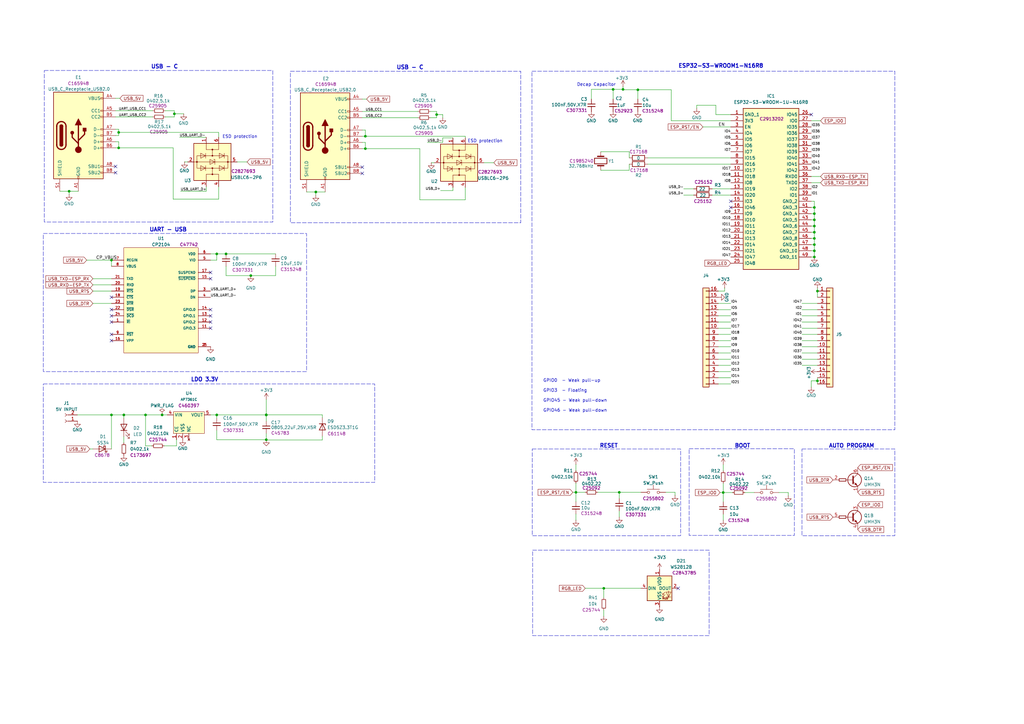
<source format=kicad_sch>
(kicad_sch (version 20250114) (generator "eeschema") (generator_version "9.0")
  (paper "A3")
  (title_block (title "ESP32S3-WROOM1 DEV BOARD") (date "2026-02-08") (rev "First") (company "MEER ZAFARULLAH NOOHANI"))
  (rectangle (start 218.186 29.1795) (end 367.03 176.276) (stroke (width 0) (type dash)))
  (rectangle (start 17.78 157.48) (end 153.67 197.866) (stroke (width 0) (type dash)))
  (rectangle (start 282.6311 184.0552) (end 325.8219 219.6152) (stroke (width 0) (type dash)))
  (rectangle (start 218.4399 225.6246) (end 290.8299 260.6766) (stroke (width 0) (type dash)))
  (rectangle (start 18.1855 28.909) (end 111.9116 91.0587) (stroke (width 0) (type dash)))
  (rectangle (start 119.1259 29.21) (end 213.614 91.3597) (stroke (width 0) (type dash)))
  (rectangle (start 218.275 184.15) (end 279.146 219.71) (stroke (width 0) (type dash)))
  (rectangle (start 328.93 184.15) (end 367.03 219.71) (stroke (width 0) (type dash)))
  (rectangle (start 17.78 95.758) (end 125.73 152.4) (stroke (width 0) (type dash)))
  (text "BOOT" (at 301.244 183.896 0) (effects (font (size 1.6 1.6) (thickness 0.32) (bold yes)) (justify left bottom)))
  (text "GPIO0  - Weak pull-up\n\nGPIO3  - Floating\n\nGPIO45 - Weak pull-down\n\nGPIO46 - Weak pull-down" (at 222.758 162.306 0) (effects (font (size 1.27 1.27)) (justify left)))
  (text "Decap Capacitor" (at 244.602 34.798 0) (effects (font (size 1.27 1.27))))
  (text "LDO 3.3V\n" (at 78.232 156.718 0) (effects (font (size 1.6 1.6) (thickness 0.32) (bold yes)) (justify left bottom)))
  (text "USB - C\n" (at 162.56 28.702 0) (effects (font (size 1.6 1.6) (thickness 0.32) (bold yes)) (justify left bottom)))
  (text "ESD protection\n" (at 191.77 58.674 0) (effects (font (size 1.27 1.27)) (justify left bottom)))
  (text "ESD protection\n" (at 91.186 56.896 0) (effects (font (size 1.27 1.27)) (justify left bottom)))
  (text "RESET" (at 245.872 183.896 0) (effects (font (size 1.6 1.6) (thickness 0.32) (bold yes)) (justify left bottom)))
  (text "UART - USB" (at 61.214 95.25 0) (effects (font (size 1.6 1.6) (thickness 0.32) (bold yes)) (justify left bottom)))
  (text "USB - C\n" (at 61.8736 28.401 0) (effects (font (size 1.6 1.6) (thickness 0.32) (bold yes)) (justify left bottom)))
  (text "ESP32-S3-WROOM1-N16R8" (at 278.1679 28.0982 0) (effects (font (size 1.6 1.6) (thickness 0.32) (bold yes)) (justify left bottom)))
  (text "AUTO PROGRAM" (at 339.852 183.896 0) (effects (font (size 1.6 1.6) (thickness 0.32) (bold yes)) (justify left bottom)))
  (junction (at 335.28 119.38))
  (junction (at 254 201.93))
  (junction (at 109.22 180.34))
  (junction (at 59.69 170.18))
  (junction (at 45.72 106.68))
  (junction (at 334.01 85.09))
  (junction (at 45.72 170.18))
  (junction (at 109.22 170.167))
  (junction (at 48.6656 60.659))
  (junction (at 334.01 105.41))
  (junction (at 71.5256 46.689))
  (junction (at 334.01 102.87))
  (junction (at 261.62 36.83))
  (junction (at 48.6656 54.309))
  (junction (at 109.22 170.18))
  (junction (at 28.3456 78.439))
  (junction (at 334.01 90.17))
  (junction (at 334.01 100.33))
  (junction (at 50.8 170.18))
  (junction (at 88.9 170.18))
  (junction (at 102.87 113.03))
  (junction (at 251.46 36.6645))
  (junction (at 255.524 36.6645))
  (junction (at 334.01 95.25))
  (junction (at 335.28 156.21))
  (junction (at 149.86 55.88))
  (junction (at 129.54 78.74))
  (junction (at 149.86 60.96))
  (junction (at 179.07 46.99))
  (junction (at 236.22 201.93))
  (junction (at 334.01 97.79))
  (junction (at 92.71 104.14))
  (junction (at 334.01 92.71))
  (junction (at 296.612 202.0061))
  (junction (at 88.9 104.14))
  (junction (at 66.4922 170.18))
  (junction (at 334.01 87.63))
  (junction (at 247.65 241.3))
  (no_connect (at 45.72 132.08))
  (no_connect (at 45.72 129.54))
  (no_connect (at 45.72 127))
  (no_connect (at 299.72 85.09))
  (no_connect (at 278.13 241.3))
  (no_connect (at 86.36 134.62))
  (no_connect (at 47.3956 68.279))
  (no_connect (at 86.36 111.76))
  (no_connect (at 45.72 137.16))
  (no_connect (at 45.72 121.92))
  (no_connect (at 332.74 46.99))
  (no_connect (at 45.72 139.7))
  (no_connect (at 47.3956 70.819))
  (no_connect (at 148.59 68.58))
  (no_connect (at 299.72 82.55))
  (no_connect (at 86.36 127))
  (no_connect (at 86.36 129.54))
  (no_connect (at 148.59 71.12))
  (no_connect (at 86.36 114.3))
  (no_connect (at 86.36 132.08))
  (wire (pts (xy 332.74 85.09) (xy 334.01 85.09)))
  (wire (pts (xy 332.74 100.33) (xy 334.01 100.33)))
  (wire (pts (xy 328.93 142.24) (xy 335.28 142.24)))
  (wire (pts (xy 299.72 149.86) (xy 294.64 149.86)))
  (wire (pts (xy 336.55 74.93) (xy 332.74 74.93)))
  (wire (pts (xy 24.5356 78.439) (xy 28.3456 78.439)))
  (wire (pts (xy 176.53 48.26) (xy 179.07 48.26)))
  (wire (pts (xy 261.62 36.83) (xy 255.524 36.83)))
  (wire (pts (xy 334.01 82.55) (xy 334.01 85.09)))
  (wire (pts (xy 89.6615 76.5807) (xy 89.6615 81.6607)))
  (wire (pts (xy 180.6959 78.1517) (xy 185.7759 78.1517)))
  (wire (pts (xy 88.9 176.53) (xy 88.9 180.34)))
  (wire (pts (xy 148.59 55.88) (xy 149.86 55.88)))
  (wire (pts (xy 255.524 36.83) (xy 255.524 36.6645)))
  (wire (pts (xy 50.8 181.61) (xy 50.8 179.07)))
  (wire (pts (xy 296.612 205.8161) (xy 296.612 202.0061)))
  (wire (pts (xy 149.86 53.34) (xy 149.86 55.88)))
  (wire (pts (xy 88.9 104.14) (xy 88.9 106.68)))
  (wire (pts (xy 74.0656 78.439) (xy 84.5815 78.439)))
  (wire (pts (xy 149.86 55.88) (xy 190.8559 55.88)))
  (wire (pts (xy 71.5256 45.419) (xy 71.5256 46.689)))
  (wire (pts (xy 113.03 109.22) (xy 113.03 113.03)))
  (wire (pts (xy 71.5256 45.419) (xy 67.7156 45.419)))
  (wire (pts (xy 47.3956 53.039) (xy 48.6656 53.039)))
  (wire (pts (xy 261.62 36.83) (xy 275.336 36.83)))
  (wire (pts (xy 328.93 137.16) (xy 335.28 137.16)))
  (wire (pts (xy 332.74 90.17) (xy 334.01 90.17)))
  (wire (pts (xy 236.22 198.12) (xy 236.22 201.93)))
  (wire (pts (xy 288.29 52.07) (xy 299.72 52.07)))
  (wire (pts (xy 109.22 180.4533) (xy 109.22 180.34)))
  (wire (pts (xy 299.72 127) (xy 294.64 127)))
  (wire (pts (xy 334.01 90.17) (xy 334.01 92.71)))
  (wire (pts (xy 47.3956 47.959) (xy 62.6356 47.959)))
  (wire (pts (xy 299.72 154.94) (xy 294.64 154.94)))
  (wire (pts (xy 293.624 46.99) (xy 299.72 46.99)))
  (wire (pts (xy 258.064 62.23) (xy 258.064 64.77)))
  (wire (pts (xy 234.95 201.93) (xy 236.22 201.93)))
  (wire (pts (xy 84.5815 78.439) (xy 84.5815 76.5807)))
  (wire (pts (xy 297.18 119.38) (xy 294.64 119.38)))
  (wire (pts (xy 296.612 202.0061) (xy 300.422 202.0061)))
  (wire (pts (xy 48.6656 54.309) (xy 89.6615 54.309)))
  (wire (pts (xy 332.74 97.79) (xy 334.01 97.79)))
  (wire (pts (xy 299.72 124.46) (xy 294.64 124.46)))
  (wire (pts (xy 36.83 184.15) (xy 38.1 184.15)))
  (wire (pts (xy 181.61 56.5617) (xy 185.7759 56.5617)))
  (wire (pts (xy 299.72 137.16) (xy 294.64 137.16)))
  (wire (pts (xy 328.93 129.54) (xy 335.28 129.54)))
  (wire (pts (xy 299.72 144.78) (xy 294.64 144.78)))
  (wire (pts (xy 251.46 36.6645) (xy 255.524 36.6645)))
  (wire (pts (xy 38.1 116.84) (xy 45.72 116.84)))
  (wire (pts (xy 236.22 190.5) (xy 236.22 193.04)))
  (wire (pts (xy 38.1 119.38) (xy 45.72 119.38)))
  (wire (pts (xy 71.5256 46.689) (xy 71.5256 47.959)))
  (wire (pts (xy 45.72 106.68) (xy 45.72 109.22)))
  (wire (pts (xy 66.4922 170.18) (xy 68.58 170.18)))
  (wire (pts (xy 258.064 62.23) (xy 246.38 62.23)))
  (wire (pts (xy 62.23 182.88) (xy 59.69 182.88)))
  (wire (pts (xy 35.56 106.68) (xy 45.72 106.68)))
  (wire (pts (xy 89.6615 54.309) (xy 89.6615 56.2607)))
  (wire (pts (xy 97.2815 66.4207) (xy 101.3455 66.4207)))
  (wire (pts (xy 45.72 184.15) (xy 45.72 170.18)))
  (wire (pts (xy 334.01 97.79) (xy 334.01 100.33)))
  (wire (pts (xy 335.28 118.11) (xy 335.28 119.38)))
  (wire (pts (xy 305.502 202.0061) (xy 309.312 202.0061)))
  (wire (pts (xy 254 209.55) (xy 254 212.09)))
  (wire (pts (xy 254 201.93) (xy 254 204.47)))
  (wire (pts (xy 285.75 43.18) (xy 285.75 44.45)))
  (wire (pts (xy 273.05 201.93) (xy 276.86 201.93)))
  (wire (pts (xy 109.22 170.18) (xy 109.22 172.72)))
  (wire (pts (xy 47.3956 60.659) (xy 48.6656 60.659)))
  (wire (pts (xy 132.2174 171.2719) (xy 132.2174 170.167)))
  (wire (pts (xy 179.07 45.72) (xy 176.53 45.72)))
  (wire (pts (xy 148.59 60.96) (xy 149.86 60.96)))
  (wire (pts (xy 299.72 132.08) (xy 294.64 132.08)))
  (wire (pts (xy 38.1 114.3) (xy 45.72 114.3)))
  (wire (pts (xy 75.6915 66.4207) (xy 76.9615 66.4207)))
  (wire (pts (xy 251.46 36.6645) (xy 251.46 40.64)))
  (wire (pts (xy 265.684 67.31) (xy 299.72 67.31)))
  (wire (pts (xy 299.72 139.7) (xy 294.64 139.7)))
  (wire (pts (xy 148.59 45.72) (xy 171.45 45.72)))
  (wire (pts (xy 73.6472 56.2607) (xy 84.5815 56.2607)))
  (wire (pts (xy 296.612 210.8961) (xy 296.612 213.4361)))
  (wire (pts (xy 328.93 147.32) (xy 335.28 147.32)))
  (wire (pts (xy 332.74 156.21) (xy 335.28 156.21)))
  (wire (pts (xy 265.684 64.77) (xy 299.72 64.77)))
  (wire (pts (xy 59.69 182.88) (xy 59.69 170.18)))
  (wire (pts (xy 45.72 170.18) (xy 50.8 170.18)))
  (wire (pts (xy 254 201.93) (xy 262.89 201.93)))
  (wire (pts (xy 261.62 36.83) (xy 261.62 40.64)))
  (wire (pts (xy 190.8559 76.8817) (xy 190.8559 81.9617)))
  (wire (pts (xy 102.87 113.03) (xy 113.03 113.03)))
  (wire (pts (xy 129.54 78.74) (xy 133.35 78.74)))
  (wire (pts (xy 59.69 170.18) (xy 66.4922 170.18)))
  (wire (pts (xy 88.9 180.34) (xy 109.22 180.34)))
  (wire (pts (xy 190.8559 81.9617) (xy 172.212 81.9617)))
  (wire (pts (xy 299.72 129.54) (xy 294.64 129.54)))
  (wire (pts (xy 175.26 58.42) (xy 181.61 58.42)))
  (wire (pts (xy 335.28 154.94) (xy 335.28 156.21)))
  (wire (pts (xy 48.6656 58.119) (xy 48.6656 60.659)))
  (wire (pts (xy 335.28 156.21) (xy 335.28 157.48)))
  (wire (pts (xy 50.8 170.18) (xy 59.69 170.18)))
  (wire (pts (xy 109.22 170.167) (xy 132.2174 170.167)))
  (wire (pts (xy 334.01 85.09) (xy 334.01 87.63)))
  (wire (pts (xy 240.03 241.3) (xy 247.65 241.3)))
  (wire (pts (xy 150.368 40.64) (xy 148.59 40.64)))
  (wire (pts (xy 48.6656 53.039) (xy 48.6656 54.309)))
  (wire (pts (xy 334.01 102.87) (xy 334.01 105.41)))
  (wire (pts (xy 328.93 139.7) (xy 335.28 139.7)))
  (wire (pts (xy 292.1 80.01) (xy 299.72 80.01)))
  (wire (pts (xy 334.01 95.25) (xy 334.01 97.79)))
  (wire (pts (xy 179.07 48.26) (xy 179.07 46.99)))
  (wire (pts (xy 181.61 58.42) (xy 181.61 56.5617)))
  (wire (pts (xy 50.8 171.45) (xy 50.8 170.18)))
  (wire (pts (xy 67.31 182.88) (xy 72.39 182.88)))
  (wire (pts (xy 334.01 92.71) (xy 334.01 95.25)))
  (wire (pts (xy 28.3456 78.439) (xy 28.3456 79.709)))
  (wire (pts (xy 109.22 180.4533) (xy 132.2174 180.4533)))
  (wire (pts (xy 332.74 95.25) (xy 334.01 95.25)))
  (wire (pts (xy 336.55 72.39) (xy 332.74 72.39)))
  (wire (pts (xy 280.416 80.01) (xy 284.48 80.01)))
  (wire (pts (xy 47.3956 55.579) (xy 48.6656 55.579)))
  (wire (pts (xy 47.3956 45.419) (xy 62.6356 45.419)))
  (wire (pts (xy 49.1736 40.339) (xy 47.3956 40.339)))
  (wire (pts (xy 299.72 147.32) (xy 294.64 147.32)))
  (wire (pts (xy 47.3956 58.119) (xy 48.6656 58.119)))
  (wire (pts (xy 148.59 48.26) (xy 171.45 48.26)))
  (wire (pts (xy 332.74 92.71) (xy 334.01 92.71)))
  (wire (pts (xy 125.73 78.74) (xy 129.54 78.74)))
  (wire (pts (xy 67.7156 47.959) (xy 71.5256 47.959)))
  (wire (pts (xy 295.342 202.0061) (xy 296.612 202.0061)))
  (wire (pts (xy 28.3456 78.439) (xy 32.1556 78.439)))
  (wire (pts (xy 328.93 134.62) (xy 335.28 134.62)))
  (wire (pts (xy 328.93 149.86) (xy 335.28 149.86)))
  (wire (pts (xy 299.72 142.24) (xy 294.64 142.24)))
  (wire (pts (xy 148.59 58.42) (xy 149.86 58.42)))
  (wire (pts (xy 132.2174 178.8919) (xy 132.2174 180.4533)))
  (wire (pts (xy 293.624 43.18) (xy 293.624 46.99)))
  (wire (pts (xy 48.6656 60.659) (xy 71.0176 60.659)))
  (wire (pts (xy 179.07 46.99) (xy 181.61 46.99)))
  (wire (pts (xy 31.75 170.18) (xy 45.72 170.18)))
  (wire (pts (xy 299.72 152.4) (xy 294.64 152.4)))
  (wire (pts (xy 242.57 36.6645) (xy 251.46 36.6645)))
  (wire (pts (xy 328.93 124.46) (xy 335.28 124.46)))
  (wire (pts (xy 247.65 241.3) (xy 262.89 241.3)))
  (wire (pts (xy 335.28 119.38) (xy 335.28 121.92)))
  (wire (pts (xy 328.93 144.78) (xy 335.28 144.78)))
  (wire (pts (xy 109.22 170.167) (xy 109.22 170.18)))
  (wire (pts (xy 86.36 106.68) (xy 88.9 106.68)))
  (wire (pts (xy 258.064 69.85) (xy 258.064 67.31)))
  (wire (pts (xy 71.5256 46.689) (xy 75.3356 46.689)))
  (wire (pts (xy 296.612 190.5761) (xy 296.612 193.1161)))
  (wire (pts (xy 48.6656 55.579) (xy 48.6656 54.309)))
  (wire (pts (xy 299.72 134.62) (xy 294.64 134.62)))
  (wire (pts (xy 245.11 201.93) (xy 254 201.93)))
  (wire (pts (xy 255.524 35.56) (xy 255.524 36.6645)))
  (wire (pts (xy 179.07 46.99) (xy 179.07 45.72)))
  (wire (pts (xy 185.7759 78.1517) (xy 185.7759 76.8817)))
  (wire (pts (xy 280.416 77.47) (xy 284.48 77.47)))
  (wire (pts (xy 38.1 124.46) (xy 45.72 124.46)))
  (wire (pts (xy 292.1 77.47) (xy 299.72 77.47)))
  (wire (pts (xy 276.86 201.93) (xy 276.86 203.2)))
  (wire (pts (xy 86.36 104.14) (xy 88.9 104.14)))
  (wire (pts (xy 92.71 104.14) (xy 113.03 104.14)))
  (wire (pts (xy 102.87 113.03) (xy 92.71 113.03)))
  (wire (pts (xy 275.336 36.83) (xy 275.336 49.53)))
  (wire (pts (xy 109.22 177.8) (xy 109.22 180.34)))
  (wire (pts (xy 190.8559 55.88) (xy 190.8559 56.5617)))
  (wire (pts (xy 172.212 81.9617) (xy 172.212 60.96)))
  (wire (pts (xy 236.22 210.82) (xy 236.22 213.36)))
  (wire (pts (xy 334.01 105.41) (xy 332.74 105.41)))
  (wire (pts (xy 88.9 170.18) (xy 88.9 171.45)))
  (wire (pts (xy 176.8859 66.7217) (xy 178.1559 66.7217)))
  (wire (pts (xy 275.336 49.53) (xy 299.72 49.53)))
  (wire (pts (xy 148.59 53.34) (xy 149.86 53.34)))
  (wire (pts (xy 258.064 69.85) (xy 246.38 69.85)))
  (wire (pts (xy 334.01 82.55) (xy 332.74 82.55)))
  (wire (pts (xy 86.36 170.18) (xy 88.9 170.18)))
  (wire (pts (xy 109.22 163.83) (xy 109.22 170.167)))
  (wire (pts (xy 328.93 132.08) (xy 335.28 132.08)))
  (wire (pts (xy 285.75 43.18) (xy 293.624 43.18)))
  (wire (pts (xy 247.65 252.73) (xy 247.65 250.19)))
  (wire (pts (xy 319.472 202.0061) (xy 323.282 202.0061)))
  (wire (pts (xy 181.61 48.26) (xy 181.61 46.99)))
  (wire (pts (xy 328.93 127) (xy 335.28 127)))
  (wire (pts (xy 236.22 201.93) (xy 240.03 201.93)))
  (wire (pts (xy 198.4759 66.7217) (xy 202.5399 66.7217)))
  (wire (pts (xy 149.86 58.42) (xy 149.86 60.96)))
  (wire (pts (xy 242.57 36.6645) (xy 242.57 40.64)))
  (wire (pts (xy 88.9 104.14) (xy 92.71 104.14)))
  (wire (pts (xy 129.54 78.74) (xy 129.54 80.01)))
  (wire (pts (xy 299.72 157.48) (xy 294.64 157.48)))
  (wire (pts (xy 332.74 102.87) (xy 334.01 102.87)))
  (wire (pts (xy 332.74 158.75) (xy 332.74 156.21)))
  (wire (pts (xy 71.0176 81.6607) (xy 71.0176 60.659)))
  (wire (pts (xy 336.55 49.53) (xy 332.74 49.53)))
  (wire (pts (xy 72.39 180.34) (xy 72.39 182.88)))
  (wire (pts (xy 247.65 241.3) (xy 247.65 245.11)))
  (wire (pts (xy 88.9 170.18) (xy 109.22 170.18)))
  (wire (pts (xy 149.86 60.96) (xy 172.212 60.96)))
  (wire (pts (xy 296.612 198.1961) (xy 296.612 202.0061)))
  (wire (pts (xy 92.71 109.22) (xy 92.71 113.03)))
  (wire (pts (xy 334.01 100.33) (xy 334.01 102.87)))
  (wire (pts (xy 323.282 202.0061) (xy 323.282 203.2761)))
  (wire (pts (xy 334.01 87.63) (xy 334.01 90.17)))
  (wire (pts (xy 332.74 87.63) (xy 334.01 87.63)))
  (wire (pts (xy 89.6615 81.6607) (xy 71.0176 81.6607)))
  (wire (pts (xy 236.22 205.74) (xy 236.22 201.93)))
  (wire (pts (xy 297.18 119.38) (xy 297.18 118.11)))
  (label "IO41" (at 332.74 67.31 0) (effects (font (size 1 1))))
  (label "IO12" (at 299.72 149.86 0) (effects (font (size 1 1))))
  (label "UART_USB_CC2" (at 48.6656 47.959 0) (effects (font (size 1 1))))
  (label "IO13" (at 299.72 97.79 180) (effects (font (size 1 1))))
  (label "USB_CC1" (at 149.86 45.72 0) (effects (font (size 1 1))))
  (label "IO6" (at 299.72 129.54 0) (effects (font (size 1 1))))
  (label "IO36" (at 332.74 54.61 0) (effects (font (size 1 1))))
  (label "IO39" (at 328.93 139.7 180) (effects (font (size 1 1))))
  (label "IO35" (at 328.93 149.86 180) (effects (font (size 1 1))))
  (label "EN" (at 294.64 52.07 0))
  (label "IO38" (at 328.93 142.24 180) (effects (font (size 1 1))))
  (label "IO38" (at 332.74 59.69 0) (effects (font (size 1 1))))
  (label "IO14" (at 299.72 154.94 0) (effects (font (size 1 1))))
  (label "UART_USB_CC1" (at 48.6656 45.419 0) (effects (font (size 1 1))))
  (label "USB_D+" (at 180.6959 78.1517 180) (effects (font (size 1 1))))
  (label "IO11" (at 299.72 147.32 0) (effects (font (size 1 1))))
  (label "IO12" (at 299.72 95.25 180) (effects (font (size 1 1))))
  (label "IO6" (at 299.72 59.69 180) (effects (font (size 1 1))))
  (label "IO18" (at 299.72 137.16 0) (effects (font (size 1 1))))
  (label "USB_UART_D+" (at 74.0656 78.439 0) (effects (font (size 1 1))))
  (label "IO8" (at 299.72 74.93 180) (effects (font (size 1 1))))
  (label "IO17" (at 299.72 69.85 180) (effects (font (size 1 1))))
  (label "CP_VBUS" (at 39.37 106.68 0))
  (label "IO42" (at 328.93 132.08 180) (effects (font (size 1 1))))
  (label "IO13" (at 299.72 152.4 0) (effects (font (size 1 1))))
  (label "IO7" (at 299.72 132.08 0) (effects (font (size 1 1))))
  (label "IO37" (at 332.74 57.15 0) (effects (font (size 1 1))))
  (label "USB_UART_D-" (at 86.36 121.92 0) (effects (font (size 1 1))))
  (label "IO40" (at 332.74 64.77 0) (effects (font (size 1 1))))
  (label "IO21" (at 299.72 157.48 0) (effects (font (size 1 1))))
  (label "IO40" (at 328.93 137.16 180) (effects (font (size 1 1))))
  (label "IO17" (at 299.72 134.62 0) (effects (font (size 1 1))))
  (label "IO39" (at 332.74 62.23 0) (effects (font (size 1 1))))
  (label "IO2" (at 328.93 127 180) (effects (font (size 1 1))))
  (label "USB_D-" (at 175.26 58.42 0) (effects (font (size 1 1))))
  (label "IO18" (at 299.72 72.39 180) (effects (font (size 1 1))))
  (label "USB_UART_D+" (at 86.36 119.38 0) (effects (font (size 1 1))))
  (label "IO2" (at 332.74 77.47 0) (effects (font (size 1 1))))
  (label "USB_UART_D-" (at 73.6472 56.2607 0) (effects (font (size 1 1))))
  (label "IO9" (at 299.72 142.24 0) (effects (font (size 1 1))))
  (label "IO41" (at 328.93 134.62 180) (effects (font (size 1 1))))
  (label "IO1" (at 328.93 129.54 180) (effects (font (size 1 1))))
  (label "IO5" (at 299.72 57.15 180) (effects (font (size 1 1))))
  (label "IO10" (at 299.72 144.78 0) (effects (font (size 1 1))))
  (label "IO47" (at 299.72 105.41 180) (effects (font (size 1 1))))
  (label "IO21" (at 299.72 102.87 180) (effects (font (size 1 1))))
  (label "IO5" (at 299.72 127 0) (effects (font (size 1 1))))
  (label "IO37" (at 328.93 144.78 180) (effects (font (size 1 1))))
  (label "IO14" (at 299.72 100.33 180) (effects (font (size 1 1))))
  (label "IO10" (at 299.72 90.17 180) (effects (font (size 1 1))))
  (label "IO1" (at 332.74 80.01 0) (effects (font (size 1 1))))
  (label "IO47" (at 328.93 124.46 180) (effects (font (size 1 1))))
  (label "IO8" (at 299.72 139.7 0) (effects (font (size 1 1))))
  (label "IO36" (at 328.93 147.32 180) (effects (font (size 1 1))))
  (label "IO7" (at 299.72 62.23 180) (effects (font (size 1 1))))
  (label "IO4" (at 299.72 54.61 180) (effects (font (size 1 1))))
  (label "IO42" (at 332.74 69.85 0) (effects (font (size 1 1))))
  (label "IO9" (at 299.72 87.63 180) (effects (font (size 1 1))))
  (label "IO4" (at 299.72 124.46 0) (effects (font (size 1 1))))
  (label "USB_D-" (at 280.416 77.47 180) (effects (font (size 1 1))))
  (label "USB_CC2" (at 149.86 48.26 0) (effects (font (size 1 1))))
  (label "IO11" (at 299.72 92.71 180) (effects (font (size 1 1))))
  (label "IO35" (at 332.74 52.07 0) (effects (font (size 1 1))))
  (label "USB_D+" (at 280.416 80.01 180) (effects (font (size 1 1))))
  (global_label "USB_5V" (shape input) (at 101.3455 66.4207 0) (property "Intersheetrefs" "${INTERSHEET_REFS}" (effects (hide yes))))
  (global_label "USB_RTS" (shape input) (at 351.79 201.93 0) (property "Intersheetrefs" "${INTERSHEET_REFS}" (effects (hide yes))))
  (global_label "RGB_LED" (shape input) (at 240.03 241.3 180) (property "Intersheetrefs" "${INTERSHEET_REFS}" (effects (hide yes))))
  (global_label "ESP_RST{slash}EN" (shape input) (at 288.29 52.07 180) (property "Intersheetrefs" "${INTERSHEET_REFS}" (effects (hide yes))))
  (global_label "USB_TXD-ESP_RX" (shape input) (at 336.55 74.93 0) (property "Intersheetrefs" "${INTERSHEET_REFS}" (effects (hide yes))))
  (global_label "RGB_LED" (shape input) (at 299.72 107.95 180) (property "Intersheetrefs" "${INTERSHEET_REFS}" (effects (hide yes))))
  (global_label "USB_TXD-ESP_RX" (shape input) (at 38.1 114.3 180) (property "Intersheetrefs" "${INTERSHEET_REFS}" (effects (hide yes))))
  (global_label "USB_5V" (shape input) (at 150.368 40.64 0) (property "Intersheetrefs" "${INTERSHEET_REFS}" (effects (hide yes))))
  (global_label "ESP_RST{slash}EN" (shape input) (at 351.79 191.77 0) (property "Intersheetrefs" "${INTERSHEET_REFS}" (effects (hide yes))))
  (global_label "USB_5V" (shape input) (at 202.5399 66.7217 0) (property "Intersheetrefs" "${INTERSHEET_REFS}" (effects (hide yes))))
  (global_label "USB_RTS" (shape input) (at 341.63 212.09 180) (property "Intersheetrefs" "${INTERSHEET_REFS}" (effects (hide yes))))
  (global_label "ESP_IO0" (shape input) (at 336.55 49.53 0) (property "Intersheetrefs" "${INTERSHEET_REFS}" (effects (hide yes))))
  (global_label "USB_DTR" (shape input) (at 341.63 196.85 180) (property "Intersheetrefs" "${INTERSHEET_REFS}" (effects (hide yes))))
  (global_label "USB_RXD-ESP_TX" (shape input) (at 336.55 72.39 0) (property "Intersheetrefs" "${INTERSHEET_REFS}" (effects (hide yes))))
  (global_label "USB_5V" (shape input) (at 36.83 184.15 180) (property "Intersheetrefs" "${INTERSHEET_REFS}" (effects (hide yes))))
  (global_label "USB_DTR" (shape input) (at 38.1 124.46 180) (property "Intersheetrefs" "${INTERSHEET_REFS}" (effects (hide yes))))
  (global_label "USB_DTR" (shape input) (at 351.79 217.17 0) (property "Intersheetrefs" "${INTERSHEET_REFS}" (effects (hide yes))))
  (global_label "USB_5V" (shape input) (at 49.1736 40.339 0) (property "Intersheetrefs" "${INTERSHEET_REFS}" (effects (hide yes))))
  (global_label "USB_RTS" (shape input) (at 38.1 119.38 180) (property "Intersheetrefs" "${INTERSHEET_REFS}" (effects (hide yes))))
  (global_label "ESP_IO0" (shape input) (at 295.342 202.0061 180) (property "Intersheetrefs" "${INTERSHEET_REFS}" (effects (hide yes))))
  (global_label "USB_RXD-ESP_TX" (shape input) (at 38.1 116.84 180) (property "Intersheetrefs" "${INTERSHEET_REFS}" (effects (hide yes))))
  (global_label "ESP_IO0" (shape input) (at 351.79 207.01 0) (property "Intersheetrefs" "${INTERSHEET_REFS}" (effects (hide yes))))
  (global_label "USB_5V" (shape input) (at 35.56 106.68 180) (property "Intersheetrefs" "${INTERSHEET_REFS}" (effects (hide yes))))
  (global_label "ESP_RST{slash}EN" (shape input) (at 234.95 201.93 180) (property "Intersheetrefs" "${INTERSHEET_REFS}" (effects (hide yes))))
  (symbol (lib_id "Connector:USB_C_Receptacle_USB2.0") (at 133.35 55.88 0) (unit 1)
    (property "Reference" "E2" (at 133.604 32.258 0))
    (property "Value" "USB_C_Receptacle_USB2.0" (at 133.35 36.83 0))
    (property "Footprint" "Local_Libraries:USB_C" (effects (hide yes)))
    (property "Datasheet" "https://datasheet.lcsc.com/lcsc/2205251630_Korean-Hroparts-Elec-TYPE-C-31-M-12_C165948.pdf" (effects (hide yes)))
    (property "LCSC" "C165948" (at 133.604 34.544 0))
  )
  (symbol (lib_id "power:GND") (at 335.28 118.11 180) (unit 1)
    (property "Reference" "#PWR013" (effects (hide yes)))
    (property "Value" "GND" (at 335.2812 114.6634 0))
    (property "Description" "Power symbol creates a global label with name \"GND\" , ground" (effects (hide yes)))
  )
  (symbol (lib_id "Switch:SW_Push") (at 267.97 201.93 0) (unit 1)
    (property "Reference" "SW1" (at 267.97 195.58 0))
    (property "Value" "SW_Push" (at 267.97 198.12 0))
    (property "Footprint" "Button_Switch_SMD:SW_SPST_CK_RS282G05A3" (effects (hide yes)))
    (property "LCSC" "C255802" (at 267.97 204.47 0))
  )
  (symbol (lib_id "power:GND") (at 242.57 45.72 0) (unit 1)
    (property "Reference" "#PWR07" (effects (hide yes)))
    (property "Value" "GND" (at 242.551 49.4928 0))
  )
  (symbol (lib_id "power:GND") (at 28.3456 79.709 0) (unit 1)
    (property "Reference" "#PWR035" (effects (hide yes)))
    (property "Value" "GND" (at 28.2848 83.5373 0))
  )
  (symbol (lib_id "jlcpcb-basic-capacitor:0805,22uF,25V,X5R ") (at 109.22 175.26 0) (unit 1)
    (property "Reference" "C17" (at 111.1354 173.3039 0) (effects (justify left)))
    (property "Value" "0805,22uF,25V,X5R" (at 111.1354 175.3359 0) (effects (justify left)))
    (property "Footprint" "Capacitor_SMD:C_0805_2012Metric" (effects (hide yes)))
    (property "Datasheet" "https://datasheet.lcsc.com/lcsc/1811151152_Samsung-Electro-Mechanics-CL21A226MAQNNNE_C45783.pdf" (effects (hide yes)))
    (property "LCSC" "C45783" (at 114.9454 177.6219 0))
    (property "MFG" "Samsung Electro-Mechanics" (effects (hide yes)))
    (property "MFGPN" "CL21A226MAQNNNE" (effects (hide yes)))
  )
  (symbol (lib_id "power:+3V3") (at 335.28 152.4 90) (unit 1)
    (property "Reference" "#PWR015" (effects (hide yes)))
    (property "Value" "+3V3" (at 331.724 152.908 0))
    (property "Description" "Power symbol creates a global label with name \"+3V3\"" (effects (hide yes)))
  )
  (symbol (lib_id "jlcpcb-basic-resistor:0402,5.1k") (at 65.1756 45.419 270) (unit 1)
    (property "Reference" "R16" (at 66.9536 39.323 90) (effects (justify right)))
    (property "Value" "0402,5.1k" (at 69.7476 41.355 90) (effects (justify right)))
    (property "Footprint" "Resistor_SMD:R_0402_1005Metric" (effects (hide yes)))
    (property "Datasheet" "https://datasheet.lcsc.com/lcsc/2110260030_UNI-ROYAL-Uniroyal-Elec-0402WGF5101TCE_C25905.pdf" (effects (hide yes)))
    (property "LCSC" "C25905" (at 68.4776 43.387 90) (effects (justify right)))
    (property "MFG" "UNI-ROYAL(Uniroyal Elec)" (effects (hide yes)))
    (property "MFGPN" "0402WGF5101TCE" (effects (hide yes)))
  )
  (symbol (lib_id "Switch:SW_Push") (at 314.392 202.0061 0) (unit 1)
    (property "Reference" "SW2" (at 314.392 195.6561 0))
    (property "Value" "SW_Push" (at 314.392 198.1961 0))
    (property "Footprint" "Button_Switch_SMD:SW_SPST_CK_RS282G05A3" (effects (hide yes)))
    (property "LCSC" "C255802" (at 314.392 204.5461 0))
  )
  (symbol (lib_id "Device:D_Zener") (at 132.2174 175.0819 270) (unit 1)
    (property "Reference" "D9" (at 134.2494 172.7958 90) (effects (justify left)))
    (property "Value" "ESD5Z3.3T1G" (at 134.2494 175.3358 90) (effects (justify left)))
    (property "Footprint" "Diode_SMD:D_SOD-523" (effects (hide yes)))
    (property "Description" "Zener diode" (effects (hide yes)))
    (property "LCSC" "C61148" (at 138.0594 177.8759 90))
  )
  (symbol (lib_id "jlcpcb-basic-resistor:0402,22") (at 302.962 202.0061 270) (unit 1)
    (property "Reference" "R14" (at 301.438 196.6721 90) (effects (justify left)))
    (property "Value" "0402,22" (at 299.0758 198.5744 90) (effects (justify left)))
    (property "Footprint" "Resistor_SMD:R_0402_1005Metric" (effects (hide yes)))
    (property "Datasheet" "https://datasheet.lcsc.com/lcsc/2110252230_UNI-ROYAL-Uniroyal-Elec-0402WGF220JTCE_C25092.pdf" (effects (hide yes)))
    (property "MFG" "UNI-ROYAL(Uniroyal Elec)" (effects (hide yes)))
    (property "MFGPN" "0402WGF220JTCE" (effects (hide yes)))
    (property "LCSC" "C25092" (at 302.9546 200.2574 90))
  )
  (symbol (lib_id "jlcpcb-basic-resistor:0402,22") (at 242.57 201.93 90) (unit 1)
    (property "Reference" "R13" (at 244.697 196.5282 90) (effects (justify left)))
    (property "Value" "0402,22" (at 246.634 198.374 90) (effects (justify left)))
    (property "Footprint" "Resistor_SMD:R_0402_1005Metric" (effects (hide yes)))
    (property "Datasheet" "https://datasheet.lcsc.com/lcsc/2110252230_UNI-ROYAL-Uniroyal-Elec-0402WGF220JTCE_C25092.pdf" (effects (hide yes)))
    (property "MFG" "UNI-ROYAL(Uniroyal Elec)" (effects (hide yes)))
    (property "MFGPN" "0402WGF220JTCE" (effects (hide yes)))
    (property "LCSC" "C25092" (at 242.57 200.152 90))
  )
  (symbol (lib_id "jlcpcb-basic-resistor:0402,10k") (at 296.612 195.6561 0) (unit 1)
    (property "Reference" "R12" (at 291.532 193.1161 0) (effects (justify left)))
    (property "Value" "0402,10k" (at 286.452 195.6561 0) (effects (justify left)))
    (property "Footprint" "Resistor_SMD:R_0402_1005Metric" (effects (hide yes)))
    (property "Datasheet" "https://datasheet.lcsc.com/lcsc/2110260030_UNI-ROYAL-Uniroyal-Elec-0402WGF1002TCE_C25744.pdf" (effects (hide yes)))
    (property "MFG" "UNI-ROYAL(Uniroyal Elec)" (effects (hide yes)))
    (property "MFGPN" "0402WGF1002TCE" (effects (hide yes)))
    (property "LCSC" "C25744" (at 297.882 194.3861 0) (effects (justify left)))
  )
  (symbol (lib_id "power:GND") (at 294.64 121.92 90) (unit 1)
    (property "Reference" "#PWR011" (effects (hide yes)))
    (property "Value" "GND" (at 298.0866 121.9212 0))
    (property "Description" "Power symbol creates a global label with name \"GND\" , ground" (effects (hide yes)))
  )
  (symbol (lib_id "Transistor_BJT:UMH3N") (at 346.71 212.09 0) (unit 2)
    (property "Reference" "Q1" (at 354.33 211.455 0) (effects (justify left)))
    (property "Value" "UMH3N" (at 354.33 213.995 0) (effects (justify left)))
    (property "Footprint" "Package_TO_SOT_SMD:SOT-363_SC-70-6" (effects (hide yes)))
    (property "Datasheet" "http://rohmfs.rohm.com/en/products/databook/datasheet/discrete/transistor/digital/emh3t2r-e.pdf" (effects (hide yes)))
    (property "LCSC" "C62892" (effects (hide yes)))
  )
  (symbol (lib_name "100nF,50V,X7R _1") (lib_id "jlcpcb-basic-capacitor-0402:100nF,50V,X7R ") (at 92.71 106.68 0) (unit 1)
    (property "Reference" "C8" (at 95.25 106.045 0) (effects (justify left)))
    (property "Value" "100nF,50V,X7R" (at 95.1563 108.3356 0) (effects (justify left)))
    (property "Footprint" "Capacitor_SMD:C_0402_1005Metric" (effects (hide yes)))
    (property "Datasheet" "https://datasheet.lcsc.com/lcsc/1810191222_Samsung-Electro-Mechanics-CL05B104KB54PNC_C307331.pdf" (effects (hide yes)))
    (property "LCSC" "C307331" (at 99.568 110.744 0))
    (property "MFG" "Samsung Electro-Mechanics" (effects (hide yes)))
    (property "MFGPN" "CL05B104KB54PNC" (effects (hide yes)))
  )
  (symbol (lib_id "power:GND") (at 270.51 248.92 0) (unit 1)
    (property "Reference" "#PWR092" (effects (hide yes)))
    (property "Value" "GND" (at 270.51 254 0))
  )
  (symbol (lib_id "power:GND") (at 102.87 113.03 0) (unit 1)
    (property "Reference" "#PWR042" (effects (hide yes)))
    (property "Value" "GND" (at 102.87 118.11 0))
  )
  (symbol (lib_id "jlcpcb-basic-capacitor-0402:1uF,25V,X5R ") (at 251.46 43.18 0) (unit 1)
    (property "Reference" "C2" (at 252.476 40.386 0) (effects (justify left)))
    (property "Value" "1uF" (at 252.984 43.18 0) (effects (justify left)))
    (property "Footprint" "Capacitor_SMD:C_0402_1005Metric" (effects (hide yes)))
    (property "Datasheet" "https://datasheet.lcsc.com/lcsc/1811091611_Samsung-Electro-Mechanics-CL05A105KA5NQNC_C52923.pdf" (effects (hide yes)))
    (property "MFG" "Samsung Electro-Mechanics" (effects (hide yes)))
    (property "MFGPN" "CL05A105KA5NQNC" (effects (hide yes)))
    (property "LCSC" "C52923" (at 255.778 45.466 0))
  )
  (symbol (lib_id "Device:D_Schottky") (at 41.91 184.15 180) (unit 1)
    (property "Reference" "D1" (at 42.2275 179.07 0))
    (property "Value" "SS34" (at 42.2275 181.61 0))
    (property "Footprint" "Diode_SMD:D_SMA" (effects (hide yes)))
    (property "Datasheet" "https://jlcpcb.com/partdetail/Mdd-SS34/C8678" (effects (hide yes)))
    (property "LCSC" "C8678" (at 41.91 186.69 0))
  )
  (symbol (lib_id "Device:C_Small") (at 296.612 208.3561 0) (unit 1)
    (property "Reference" "C13" (at 299.152 208.3561 0) (effects (justify left)))
    (property "Value" "10u" (at 299.152 210.8961 0) (effects (justify left)))
    (property "Footprint" "Capacitor_SMD:C_0402_1005Metric" (effects (hide yes)))
    (property "LCSC" "C315248" (at 302.962 213.4298 0))
  )
  (symbol (lib_name "100nF,50V,X7R _1") (lib_id "jlcpcb-basic-capacitor-0402:100nF,50V,X7R ") (at 261.62 43.18 0) (unit 1)
    (property "Reference" "C4" (at 263.398 40.894 0) (effects (justify left)))
    (property "Value" "10u" (at 263.398 43.18 0) (effects (justify left)))
    (property "Footprint" "Capacitor_SMD:C_0402_1005Metric" (effects (hide yes)))
    (property "Datasheet" "https://datasheet.lcsc.com/lcsc/1810191222_Samsung-Electro-Mechanics-CL05B104KB54PNC_C307331.pdf" (effects (hide yes)))
    (property "LCSC" "C315248" (at 267.716 45.466 0))
    (property "MFG" "Samsung Electro-Mechanics" (effects (hide yes)))
    (property "MFGPN" "CL05B104KB54PNC" (effects (hide yes)))
  )
  (symbol (lib_id "power:GND") (at 74.93 180.34 0) (unit 1)
    (property "Reference" "#PWR039" (effects (hide yes)))
    (property "Value" "GND" (at 74.93 183.896 0))
  )
  (symbol (lib_id "jlcpcb-basic-resistor:0402,10k") (at 247.65 247.65 0) (unit 1)
    (property "Reference" "R41" (at 241.3 245.11 0) (effects (justify left)))
    (property "Value" "10k" (at 241.3 247.65 0) (effects (justify left)))
    (property "Footprint" "Resistor_SMD:R_0402_1005Metric" (effects (hide yes)))
    (property "Datasheet" "https://datasheet.lcsc.com/lcsc/2110260030_UNI-ROYAL-Uniroyal-Elec-0402WGF1002TCE_C25744.pdf" (effects (hide yes)))
    (property "LCSC" "C25744" (at 238.76 250.19 0) (effects (justify left)))
  )
  (symbol (lib_id "Power_Protection:USBLC6-2P6") (at 87.1215 66.4207 270) (unit 1)
    (property "Reference" "U3" (at 76.9615 74.0407 90))
    (property "Value" "USBLC6-2P6" (at 101.0915 72.7707 90))
    (property "Footprint" "Package_TO_SOT_SMD:SOT-666" (effects (hide yes)))
    (property "Datasheet" "https://www.st.com/resource/en/datasheet/usblc6-2.pdf" (effects (hide yes)))
    (property "LCSC" "C2827693" (at 99.8215 70.2307 90))
  )
  (symbol (lib_id "power:GND") (at 285.75 44.45 0) (unit 1)
    (property "Reference" "#PWR06" (effects (hide yes)))
    (property "Value" "GND" (at 285.75 48.26 0))
    (property "Description" "Power symbol creates a global label with name \"GND\" , ground" (effects (hide yes)))
  )
  (symbol (lib_id "Connector:USB_C_Receptacle_USB2.0") (at 32.1556 55.579 0) (unit 1)
    (property "Reference" "E1" (at 32.1556 31.703 0))
    (property "Value" "USB_C_Receptacle_USB2.0" (at 32.4096 36.529 0))
    (property "Footprint" "Local_Libraries:USB_C" (effects (hide yes)))
    (property "Datasheet" "https://datasheet.lcsc.com/lcsc/2205251630_Korean-Hroparts-Elec-TYPE-C-31-M-12_C165948.pdf" (effects (hide yes)))
    (property "LCSC" "C165948" (at 32.1556 34.243 0))
  )
  (symbol (lib_id "power:+3V3") (at 297.18 118.11 0) (unit 1)
    (property "Reference" "#PWR012" (effects (hide yes)))
    (property "Value" "+3V3" (at 296.672 114.554 0))
    (property "Description" "Power symbol creates a global label with name \"+3V3\"" (effects (hide yes)))
  )
  (symbol (lib_id "Connector_Generic:Conn_01x16") (at 340.36 137.16 0) (unit 1)
    (property "Reference" "J5" (at 342.9 137.1599 0) (effects (justify left)))
    (property "Value" "Conn_01x16" (effects (hide yes)))
    (property "Footprint" "Connector_PinHeader_2.54mm:PinHeader_1x16_P2.54mm_Vertical" (effects (hide yes)))
    (property "Description" "Generic connector, single row, 01x16, script generated (kicad-library-utils/schlib/autogen/connector/)" (effects (hide yes)))
  )
  (symbol (lib_id "jlcpcb-basic-resistor:0402,10k") (at 236.22 195.58 0) (unit 1)
    (property "Reference" "R11" (at 231.14 193.04 0) (effects (justify left)))
    (property "Value" "0402,10k" (at 226.06 195.58 0) (effects (justify left)))
    (property "Footprint" "Resistor_SMD:R_0402_1005Metric" (effects (hide yes)))
    (property "Datasheet" "https://datasheet.lcsc.com/lcsc/2110260030_UNI-ROYAL-Uniroyal-Elec-0402WGF1002TCE_C25744.pdf" (effects (hide yes)))
    (property "MFG" "UNI-ROYAL(Uniroyal Elec)" (effects (hide yes)))
    (property "MFGPN" "0402WGF1002TCE" (effects (hide yes)))
    (property "LCSC" "C25744" (at 237.49 194.31 0) (effects (justify left)))
  )
  (symbol (lib_id "power:+3V3") (at 255.524 35.56 0) (unit 1)
    (property "Reference" "#PWR03" (effects (hide yes)))
    (property "Value" "+3V3" (at 255.016 32.004 0))
    (property "Description" "Power symbol creates a global label with name \"+3V3\"" (effects (hide yes)))
  )
  (symbol (lib_id "power:PWR_FLAG") (at 66.4922 170.18 0) (unit 1)
    (property "Reference" "#FLG02" (effects (hide yes)))
    (property "Value" "PWR_FLAG" (at 66.4922 166.37 0))
    (property "Description" "Special symbol for telling ERC where power comes from" (effects (hide yes)))
  )
  (symbol (lib_id "Device:LED") (at 50.8 175.26 90) (unit 1)
    (property "Reference" "D2" (at 54.61 175.5774 90) (effects (justify right)))
    (property "Value" "LED" (at 54.61 178.1174 90) (effects (justify right)))
    (property "Footprint" "LED_SMD:LED_0603_1608Metric" (effects (hide yes)))
    (property "Description" "Light emitting diode" (effects (hide yes)))
    (property "Sim.Pins" "1=K 2=A" (effects (hide yes)))
  )
  (symbol (lib_id "Connector:Conn_01x02_Socket") (at 26.67 172.72 180) (unit 1)
    (property "Reference" "J1" (at 27.305 165.3441 0))
    (property "Value" "5V INPUT" (at 27.305 167.8841 0))
    (property "Footprint" "Connector_PinHeader_2.54mm:PinHeader_1x02_P2.54mm_Vertical" (effects (hide yes)))
    (property "Description" "Generic connector, single row, 01x02, script generated" (effects (hide yes)))
  )
  (symbol (lib_id "power:GND") (at 50.8 186.69 0) (unit 1)
    (property "Reference" "#PWR010" (effects (hide yes)))
    (property "Value" "GND" (at 50.8 190.5 0))
  )
  (symbol (lib_id "power:GND") (at 296.612 213.4361 0) (unit 1)
    (property "Reference" "#PWR029" (effects (hide yes)))
    (property "Value" "GND" (at 296.612 217.2461 0))
  )
  (symbol (lib_id "power:GND") (at 176.8859 66.7217 0) (unit 1)
    (property "Reference" "#PWR01" (effects (hide yes)))
    (property "Value" "GND" (at 176.8251 70.296 0))
  )
  (symbol (lib_name "100nF,50V,X7R _1") (lib_id "jlcpcb-basic-capacitor-0402:100nF,50V,X7R ") (at 88.9 173.99 0) (unit 1)
    (property "Reference" "C16" (at 91.44 171.45 0) (effects (justify left)))
    (property "Value" "100nF,50V,X7R" (at 91.44 173.99 0) (effects (justify left)))
    (property "Footprint" "Capacitor_SMD:C_0402_1005Metric" (effects (hide yes)))
    (property "Datasheet" "https://datasheet.lcsc.com/lcsc/1810191222_Samsung-Electro-Mechanics-CL05B104KB54PNC_C307331.pdf" (effects (hide yes)))
    (property "LCSC" "C307331" (at 91.44 176.53 0) (effects (justify left)))
    (property "MFG" "Samsung Electro-Mechanics" (effects (hide yes)))
    (property "MFGPN" "CL05B104KB54PNC" (effects (hide yes)))
  )
  (symbol (lib_id "power:+3V3") (at 236.22 190.5 0) (unit 1)
    (property "Reference" "#PWR023" (effects (hide yes)))
    (property "Value" "+3V3" (at 236.22 186.69 0))
  )
  (symbol (lib_id "power:GND") (at 31.75 172.72 0) (unit 1)
    (property "Reference" "#PWR05" (effects (hide yes)))
    (property "Value" "GND" (at 31.75 176.276 0))
  )
  (symbol (lib_id "jlcpcb-basic-resistor:0402,10k") (at 64.77 182.88 90) (unit 1)
    (property "Reference" "R18" (at 64.77 175.26 90))
    (property "Value" "0402,10k" (at 64.77 177.8 90))
    (property "Footprint" "Resistor_SMD:R_0402_1005Metric" (effects (hide yes)))
    (property "Datasheet" "https://datasheet.lcsc.com/lcsc/2110260030_UNI-ROYAL-Uniroyal-Elec-0402WGF1002TCE_C25744.pdf" (effects (hide yes)))
    (property "MFG" "UNI-ROYAL(Uniroyal Elec)" (effects (hide yes)))
    (property "MFGPN" "0402WGF1002TCE" (effects (hide yes)))
    (property "LCSC" "C25744" (at 64.77 180.34 90))
  )
  (symbol (lib_id "Device:C_Small") (at 236.22 208.28 0) (unit 1)
    (property "Reference" "C12" (at 238.252 206.248 0) (effects (justify left)))
    (property "Value" "10u" (at 238.252 208.2863 0) (effects (justify left)))
    (property "Footprint" "Capacitor_SMD:C_0402_1005Metric" (effects (hide yes)))
    (property "LCSC" "C315248" (at 242.57 210.566 0))
  )
  (symbol (lib_name "100nF,50V,X7R _1") (lib_id "jlcpcb-basic-capacitor-0402:100nF,50V,X7R ") (at 254 207.01 0) (unit 1)
    (property "Reference" "C1" (at 256.54 206.375 0) (effects (justify left)))
    (property "Value" "100nF,50V,X7R" (at 256.4463 208.6656 0) (effects (justify left)))
    (property "Footprint" "Capacitor_SMD:C_0402_1005Metric" (effects (hide yes)))
    (property "Datasheet" "https://datasheet.lcsc.com/lcsc/1810191222_Samsung-Electro-Mechanics-CL05B104KB54PNC_C307331.pdf" (effects (hide yes)))
    (property "LCSC" "C307331" (at 260.858 211.074 0))
    (property "MFG" "Samsung Electro-Mechanics" (effects (hide yes)))
    (property "MFGPN" "CL05B104KB54PNC" (effects (hide yes)))
  )
  (symbol (lib_id "power:GND") (at 261.62 45.72 0) (unit 1)
    (property "Reference" "#PWR09" (effects (hide yes)))
    (property "Value" "GND" (at 261.516 49.448 0))
  )
  (symbol (lib_id "power:GND") (at 332.74 158.75 0) (unit 1)
    (property "Reference" "#PWR016" (effects (hide yes)))
    (property "Value" "GND" (at 332.7388 162.1966 0))
    (property "Description" "Power symbol creates a global label with name \"GND\" , ground" (effects (hide yes)))
  )
  (symbol (lib_id "power:GND") (at 86.36 142.24 0) (unit 1)
    (property "Reference" "#PWR041" (effects (hide yes)))
    (property "Value" "GND" (at 86.36 147.32 0))
  )
  (symbol (lib_id "power:GND") (at 323.282 203.2761 0) (unit 1)
    (property "Reference" "#PWR026" (effects (hide yes)))
    (property "Value" "GND" (at 323.282 207.0861 0))
  )
  (symbol (lib_id "Device:R") (at 261.874 64.77 90) (unit 1)
    (property "Reference" "R1" (at 261.874 60.198 90))
    (property "Value" "0" (at 261.8462 64.8609 90))
    (property "Footprint" "Capacitor_SMD:C_0402_1005Metric" (effects (hide yes)))
    (property "Description" "Resistor" (effects (hide yes)))
    (property "LCSC" "C17168" (at 261.874 62.23 90))
  )
  (symbol (lib_id "power:GND") (at 276.86 203.2 0) (unit 1)
    (property "Reference" "#PWR025" (effects (hide yes)))
    (property "Value" "GND" (at 276.86 207.01 0))
  )
  (symbol (lib_id "power:GND") (at 75.3356 46.689 0) (unit 1)
    (property "Reference" "#PWR036" (effects (hide yes)))
    (property "Value" "GND" (at 75.2748 50.5173 0))
  )
  (symbol (lib_id "power:+3V3") (at 296.612 190.5761 0) (unit 1)
    (property "Reference" "#PWR024" (effects (hide yes)))
    (property "Value" "+3V3" (at 296.612 186.7661 0))
  )
  (symbol (lib_id "Device:R") (at 288.29 80.01 90) (unit 1)
    (property "Reference" "R4" (at 294.386 78.994 90))
    (property "Value" "22" (at 288.2622 80.1009 90))
    (property "Footprint" "Capacitor_SMD:C_0402_1005Metric" (effects (hide yes)))
    (property "Description" "Resistor" (effects (hide yes)))
    (property "LCSC" "C25152" (at 288.29 82.55 90))
  )
  (symbol (lib_id "Power_Protection:USBLC6-2P6") (at 188.3159 66.7217 270) (unit 1)
    (property "Reference" "U2" (at 178.1559 74.3417 90))
    (property "Value" "USBLC6-2P6" (at 202.2859 73.0717 90))
    (property "Footprint" "Package_TO_SOT_SMD:SOT-666" (effects (hide yes)))
    (property "Datasheet" "https://www.st.com/resource/en/datasheet/usblc6-2.pdf" (effects (hide yes)))
    (property "LCSC" "C2827693" (at 201.0159 70.5317 90))
  )
  (symbol (lib_id "Device:Crystal") (at 246.38 66.04 90) (unit 1)
    (property "Reference" "Y1" (at 249.428 66.04 90) (effects (justify right)))
    (property "Value" "32.768kHz" (at 233.172 68.072 90) (effects (justify right)))
    (property "Footprint" "Crystal:Crystal_SMD_3215-2Pin_3.2x1.5mm" (effects (hide yes)))
    (property "Description" "Two pin crystal" (effects (hide yes)))
    (property "LCSC" "C1985240" (at 238.506 66.04 90))
  )
  (symbol (lib_id "power:GND") (at 247.65 252.73 0) (unit 1)
    (property "Reference" "#PWR090" (effects (hide yes)))
    (property "Value" "GND" (at 247.65 257.81 0))
  )
  (symbol (lib_id "power:GND") (at 129.54 80.01 0) (unit 1)
    (property "Reference" "#PWR02" (effects (hide yes)))
    (property "Value" "GND" (at 129.4792 83.8383 0))
  )
  (symbol (lib_id "componenti_black_box:ME6217_33") (at 77.47 173.99 0) (unit 1)
    (property "Reference" "U4" (at 77.47 161.29 0))
    (property "Value" "AP7361C" (at 77.47 163.83 0) (effects (font (size 1 1))))
    (property "Footprint" "Package_TO_SOT_SMD:SOT-89-5" (effects (hide yes)))
    (property "Datasheet" " https://datasheet.lcsc.com/lcsc/1809050225_MICRONE-Nanjing-Micro-One-Elec-ME6217C33P5G_C81592.pdf" (effects (hide yes)))
    (property "LCSC" "C460397" (at 77.47 166.37 0))
  )
  (symbol (lib_id "jlcpcb-basic-resistor:0402,5.1k") (at 173.99 48.26 270) (unit 1)
    (property "Reference" "R6" (at 172.466 50.292 90) (effects (justify left)))
    (property "Value" "0402,5.1k" (at 169.418 52.324 90) (effects (justify left)))
    (property "Footprint" "Resistor_SMD:R_0402_1005Metric" (effects (hide yes)))
    (property "Datasheet" "https://datasheet.lcsc.com/lcsc/2110260030_UNI-ROYAL-Uniroyal-Elec-0402WGF5101TCE_C25905.pdf" (effects (hide yes)))
    (property "LCSC" "C25905" (at 170.18 54.61 90) (effects (justify left)))
    (property "MFG" "UNI-ROYAL(Uniroyal Elec)" (effects (hide yes)))
    (property "MFGPN" "0402WGF5101TCE" (effects (hide yes)))
  )
  (symbol (lib_id "power:GND") (at 109.22 180.34 0) (unit 1)
    (property "Reference" "#PWR038" (effects (hide yes)))
    (property "Value" "GND" (at 109.22 185.42 0))
  )
  (symbol (lib_id "jlcpcb-basic-resistor:0402,5.1k") (at 173.99 45.72 270) (unit 1)
    (property "Reference" "R5" (at 172.466 39.116 90) (effects (justify left)))
    (property "Value" "0402,5.1k" (at 169.164 41.148 90) (effects (justify left)))
    (property "Footprint" "Resistor_SMD:R_0402_1005Metric" (effects (hide yes)))
    (property "Datasheet" "https://datasheet.lcsc.com/lcsc/2110260030_UNI-ROYAL-Uniroyal-Elec-0402WGF5101TCE_C25905.pdf" (effects (hide yes)))
    (property "LCSC" "C25905" (at 169.926 43.434 90) (effects (justify left)))
    (property "MFG" "UNI-ROYAL(Uniroyal Elec)" (effects (hide yes)))
    (property "MFGPN" "0402WGF5101TCE" (effects (hide yes)))
  )
  (symbol (lib_id "componenti_black_box:CP2104") (at 66.04 124.46 0) (unit 1)
    (property "Reference" "U1" (at 66.04 97.79 0))
    (property "Value" "CP2104" (at 66.04 100.33 0))
    (property "Footprint" "Local_Libraries:CP2104_QFN50P400X400X80-25N" (effects (hide yes)))
    (property "Description" "USB Bridge, USB to UART USB 2.0 UART Interface 24-QFN (4x4)" (effects (hide yes)))
    (property "MF" "Silicon Labs" (effects (hide yes)))
    (property "Package" "QFN-24 Silicon Labs" (effects (hide yes)))
    (property "Price" "None" (effects (hide yes)))
    (property "STANDERD" "IPC-7351B" (effects (hide yes)))
    (property "Check_prices" "https://www.snapeda.com/parts/CP2104/Silicon+Labs/view-part/?ref=eda" (effects (hide yes)))
    (property "PARTREV" "1.0" (effects (hide yes)))
    (property "SnapEDA_Link" "https://www.snapeda.com/parts/CP2104/Silicon+Labs/view-part/?ref=snap" (effects (hide yes)))
    (property "MANUFACTORER" "Silicon Labs" (effects (hide yes)))
    (property "Availability" "In Stock" (effects (hide yes)))
    (property "MP" "CP2104" (effects (hide yes)))
    (property "LCSC" "C47742" (at 77.47 100.33 0))
  )
  (symbol (lib_id "power:GND") (at 251.46 45.72 0) (unit 1)
    (property "Reference" "#PWR08" (effects (hide yes)))
    (property "Value" "GND" (at 251.441 49.4928 0))
  )
  (symbol (lib_id "power:GND") (at 254 212.09 0) (unit 1)
    (property "Reference" "#PWR027" (effects (hide yes)))
    (property "Value" "GND" (at 254 215.9 0))
  )
  (symbol (lib_name "100nF,50V,X7R _1") (lib_id "jlcpcb-basic-capacitor-0402:100nF,50V,X7R ") (at 113.03 106.68 0) (unit 1)
    (property "Reference" "C9" (at 115.062 105.918 0) (effects (justify left)))
    (property "Value" "10uF,10V" (at 115.062 108.077 0) (effects (justify left)))
    (property "Footprint" "Capacitor_SMD:C_0402_1005Metric" (effects (hide yes)))
    (property "Datasheet" "https://datasheet.lcsc.com/lcsc/1810191222_Samsung-Electro-Mechanics-CL05B104KB54PNC_C307331.pdf" (effects (hide yes)))
    (property "LCSC" "C315248" (at 119.38 110.49 0))
    (property "MFG" "Samsung Electro-Mechanics" (effects (hide yes)))
    (property "MFGPN" "CL05B104KB54PNC" (effects (hide yes)))
  )
  (symbol (lib_id "jlcpcb-basic-resistor:0402,5.1k") (at 65.1756 47.959 270) (unit 1)
    (property "Reference" "R17" (at 67.2076 49.991 90) (effects (justify right)))
    (property "Value" "0402,5.1k" (at 70.2542 51.9121 90) (effects (justify right)))
    (property "Footprint" "Resistor_SMD:R_0402_1005Metric" (effects (hide yes)))
    (property "Datasheet" "https://datasheet.lcsc.com/lcsc/2110260030_UNI-ROYAL-Uniroyal-Elec-0402WGF5101TCE_C25905.pdf" (effects (hide yes)))
    (property "LCSC" "C25905" (at 68.8927 54.0781 90) (effects (justify right)))
    (property "MFG" "UNI-ROYAL(Uniroyal Elec)" (effects (hide yes)))
    (property "MFGPN" "0402WGF5101TCE" (effects (hide yes)))
  )
  (symbol (lib_id "power:+3V3") (at 109.22 163.83 0) (unit 1)
    (property "Reference" "#PWR037" (effects (hide yes)))
    (property "Value" "+3V3" (at 109.22 160.02 0))
  )
  (symbol (lib_name "100nF,50V,X7R _1") (lib_id "jlcpcb-basic-capacitor-0402:100nF,50V,X7R ") (at 242.57 43.18 0) (mirror y) (unit 1)
    (property "Reference" "C3" (at 240.877 40.6848 0) (effects (justify left)))
    (property "Value" "100nF,50V,X7R" (at 240.623 42.9708 0) (effects (justify left)))
    (property "Footprint" "Capacitor_SMD:C_0402_1005Metric" (effects (hide yes)))
    (property "Datasheet" "https://datasheet.lcsc.com/lcsc/1810191222_Samsung-Electro-Mechanics-CL05B104KB54PNC_C307331.pdf" (effects (hide yes)))
    (property "LCSC" "C307331" (at 236.559 45.2568 0))
    (property "MFG" "Samsung Electro-Mechanics" (effects (hide yes)))
    (property "MFGPN" "CL05B104KB54PNC" (effects (hide yes)))
  )
  (symbol (lib_id "Device:R") (at 288.29 77.47 90) (unit 1)
    (property "Reference" "R3" (at 294.3713 75.9461 90))
    (property "Value" "22" (at 287.9834 77.5089 90))
    (property "Footprint" "Capacitor_SMD:C_0402_1005Metric" (effects (hide yes)))
    (property "Description" "Resistor" (effects (hide yes)))
    (property "LCSC" "C25152" (at 288.544 74.676 90))
  )
  (symbol (lib_id "Device:R") (at 261.874 67.31 90) (unit 1)
    (property "Reference" "R2" (at 261.874 71.882 90))
    (property "Value" "0" (at 261.8462 67.4009 90))
    (property "Footprint" "Capacitor_SMD:C_0402_1005Metric" (effects (hide yes)))
    (property "Description" "Resistor" (effects (hide yes)))
    (property "LCSC" "C17168" (at 262.128 69.85 90))
  )
  (symbol (lib_id "Connector_Generic:Conn_01x16") (at 289.56 139.7 180) (unit 1)
    (property "Reference" "J4" (at 289.56 113.03 0))
    (property "Value" "Conn_01x16" (effects (hide yes)))
    (property "Footprint" "Connector_PinHeader_2.54mm:PinHeader_1x16_P2.54mm_Vertical" (effects (hide yes)))
    (property "Description" "Generic connector, single row, 01x16, script generated (kicad-library-utils/schlib/autogen/connector/)" (effects (hide yes)))
  )
  (symbol (lib_id "power:GND") (at 236.22 213.36 0) (unit 1)
    (property "Reference" "#PWR028" (effects (hide yes)))
    (property "Value" "GND" (at 236.22 217.17 0))
  )
  (symbol (lib_id "ESP32-S3-WROOM-1U-N16R8:ESP32-S3-WROOM-1U-N16R8") (at 299.72 46.99 0) (unit 1)
    (property "Reference" "IC1" (at 316.23 39.37 0))
    (property "Value" "ESP32-S3-WROOM-1U-N16R8" (at 316.23 41.91 0))
    (property "Footprint" "Local_Libraries:ESP32S3WROOM1UN16R8" (effects (hide yes)))
    (property "Datasheet" "https://www.espressif.com/sites/default/files/documentation/esp32-s3-wroom-1_wroom-1u_datasheet_en.pdf" (effects (hide yes)))
    (property "Description" "WiFi Modules - 802.11 [Engineering Samples] SMD Module, ESP32-S3R8, 8 MB Octal PSRAM Die, 16 MB Quad SPI Flash, IPEX Antenna Connector" (effects (hide yes)))
    (property "Height" "3.35" (effects (hide yes)))
    (property "Mouser Part Number" "356-ESP32S3WM1UN16R8" (effects (hide yes)))
    (property "Mouser Price/Stock" "https://www.mouser.co.uk/ProductDetail/Espressif-Systems/ESP32-S3-WROOM-1U-N16R8?qs=Li%252BoUPsLEns6V0Pr5KRJtw%3D%3D" (effects (hide yes)))
    (property "Manufacturer_Name" "Espressif Systems" (effects (hide yes)))
    (property "Manufacturer_Part_Number" "ESP32-S3-WROOM-1U-N16R8" (effects (hide yes)))
    (property "LCSC" "C2913202" (at 316.484 48.768 0))
  )
  (symbol (lib_id "power:GND") (at 334.01 105.41 0) (unit 1)
    (property "Reference" "#PWR018" (effects (hide yes)))
    (property "Value" "GND" (at 334.0088 108.8566 0))
    (property "Description" "Power symbol creates a global label with name \"GND\" , ground" (effects (hide yes)))
  )
  (symbol (lib_id "power:GND") (at 75.6915 66.4207 0) (unit 1)
    (property "Reference" "#PWR034" (effects (hide yes)))
    (property "Value" "GND" (at 75.6307 69.995 0))
  )
  (symbol (lib_id "power:GND") (at 181.61 48.26 0) (unit 1)
    (property "Reference" "#PWR04" (effects (hide yes)))
    (property "Value" "GND" (at 181.5492 52.0883 0))
  )
  (symbol (lib_id "jlcpcb-basic-resistor:0402,10k") (at 50.8 184.15 180) (unit 1)
    (property "Reference" "R7" (at 53.34 181.6099 0) (effects (justify right)))
    (property "Value" "0402,1k" (at 53.34 184.1499 0) (effects (justify right)))
    (property "Footprint" "Resistor_SMD:R_0402_1005Metric" (effects (hide yes)))
    (property "Datasheet" "https://datasheet.lcsc.com/lcsc/2110260030_UNI-ROYAL-Uniroyal-Elec-0402WGF1002TCE_C25744.pdf" (effects (hide yes)))
    (property "MFG" "UNI-ROYAL(Uniroyal Elec)" (effects (hide yes)))
    (property "MFGPN" "0402WGF1002TCE" (effects (hide yes)))
    (property "LCSC" "C173697" (at 53.34 186.6899 0) (effects (justify right)))
  )
  (symbol (lib_id "LED:WS2812B") (at 270.51 241.3 0) (unit 1)
    (property "Reference" "D21" (at 279.4 230.0321 0))
    (property "Value" "WS2812B" (at 279.4 232.5721 0))
    (property "Footprint" "LED_SMD:LED_WS2812B_PLCC4_5.0x5.0mm_P3.2mm" (effects (hide yes)))
    (property "Datasheet" "https://cdn-shop.adafruit.com/datasheets/WS2812B.pdf" (effects (hide yes)))
    (property "LCSC" "C2843785" (at 280.67 234.95 0))
  )
  (symbol (lib_id "power:+3V3") (at 270.51 233.68 0) (unit 1)
    (property "Reference" "#PWR091" (effects (hide yes)))
    (property "Value" "+3V3" (at 270.51 228.6 0))
  )
  (symbol (lib_id "Transistor_BJT:UMH3N") (at 346.71 196.85 0) (unit 1)
    (property "Reference" "Q1" (at 354.33 196.215 0) (effects (justify left)))
    (property "Value" "UMH3N" (at 354.33 198.755 0) (effects (justify left)))
    (property "Footprint" "Package_TO_SOT_SMD:SOT-363_SC-70-6" (effects (hide yes)))
    (property "Datasheet" "http://rohmfs.rohm.com/en/products/databook/datasheet/discrete/transistor/digital/emh3t2r-e.pdf" (effects (hide yes)))
    (property "LCSC" "C62892" (effects (hide yes)))
  )
)
</source>
